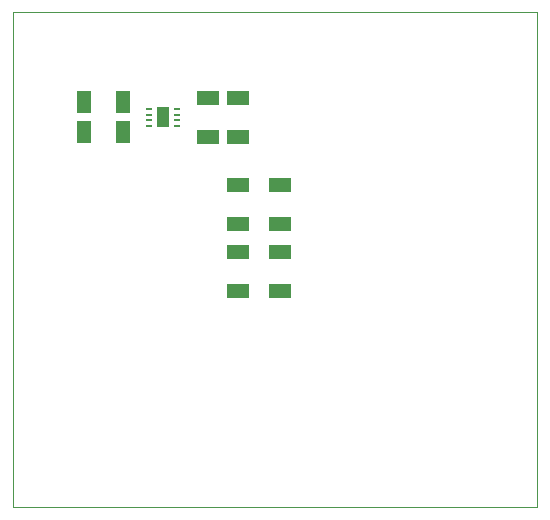
<source format=gtp>
G75*
%MOIN*%
%OFA0B0*%
%FSLAX25Y25*%
%IPPOS*%
%LPD*%
%AMOC8*
5,1,8,0,0,1.08239X$1,22.5*
%
%ADD10C,0.00100*%
%ADD11R,0.02165X0.00984*%
%ADD12R,0.03937X0.06693*%
%ADD13R,0.07500X0.05000*%
%ADD14R,0.05000X0.07500*%
D10*
X0001500Y0003000D02*
X0176000Y0003000D01*
X0176000Y0168000D01*
X0001500Y0168000D01*
X0001500Y0003000D01*
D11*
X0046874Y0130047D03*
X0046874Y0132016D03*
X0046874Y0133984D03*
X0046874Y0135953D03*
X0056126Y0135953D03*
X0056126Y0133984D03*
X0056126Y0132016D03*
X0056126Y0130047D03*
D12*
X0051500Y0133000D03*
D13*
X0066500Y0126500D03*
X0076500Y0126500D03*
X0076500Y0139500D03*
X0066500Y0139500D03*
X0076500Y0110500D03*
X0076500Y0097500D03*
X0076500Y0088000D03*
X0076500Y0075000D03*
X0090500Y0075000D03*
X0090500Y0088000D03*
X0090500Y0097500D03*
X0090500Y0110500D03*
D14*
X0038000Y0128000D03*
X0038000Y0138000D03*
X0025000Y0138000D03*
X0025000Y0128000D03*
M02*

</source>
